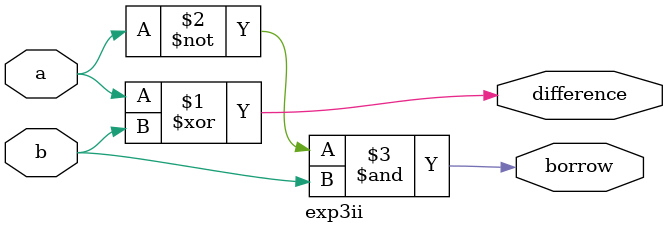
<source format=v>
module exp3ii(a,b,difference,borrow); 
input a,b; 
output difference,borrow; 
assign difference= (a ^ b); 
assign borrow= ( ~a & b); 
endmodule 

</source>
